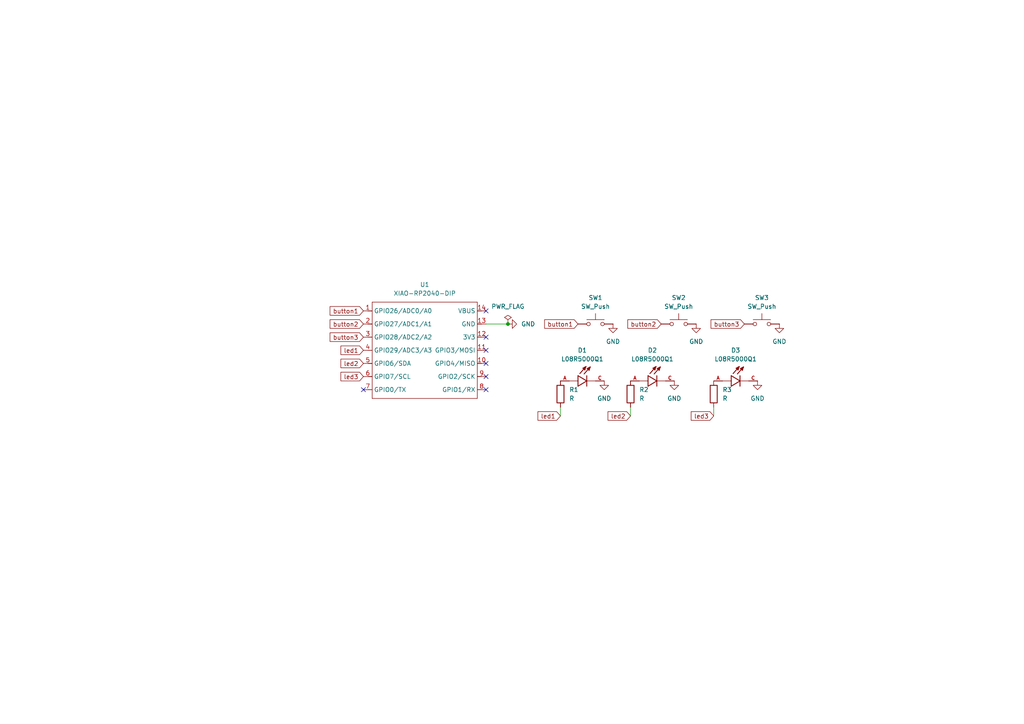
<source format=kicad_sch>
(kicad_sch (version 20231120) (generator "eeschema") (generator_version "8.0")
  (paper "A4")
  (lib_symbols
    (symbol "Device:R" (pin_numbers hide) (pin_names (offset 0))
      (property "Reference" "R" (at 2.032 0 90))
      (property "Value" "R" (at 0 0 90))
      (symbol "R_0_1"
        (rectangle (start -1.016 -2.54) (end 1.016 2.54) (stroke (width 0.254)))
      )
      (symbol "R_1_1"
        (pin passive line (at 0 3.81 270) (length 1.27) (name "~") (number "1"))
        (pin passive line (at 0 -3.81 90) (length 1.27) (name "~") (number "2"))
      )
    )
    (symbol "Switch:SW_Push" (pin_numbers hide) (pin_names (offset 1.016) hide)
      (property "Reference" "SW" (at 1.27 2.54 0))
      (property "Value" "SW_Push" (at 0 -1.524 0))
      (symbol "SW_Push_0_1"
        (circle (center -2.032 0) (radius 0.508))
        (polyline (pts (xy 0 1.27) (xy 0 3.048)))
        (polyline (pts (xy 2.54 1.27) (xy -2.54 1.27)))
        (circle (center 2.032 0) (radius 0.508))
        (pin passive line (at -5.08 0 0) (length 2.54) (name "1") (number "1"))
        (pin passive line (at 5.08 0 180) (length 2.54) (name "2") (number "2"))
      )
    )
    (symbol "led:L08R5000Q1" (pin_names (offset 1.016))
      (property "Reference" "D" (at -3.0988 4.4958 0))
      (property "Value" "L08R5000Q1" (at -3.556 -3.302 0))
      (symbol "L08R5000Q1_0_0"
        (polyline (pts (xy -2.54 -1.524) (xy 0 0)) (stroke (width 0.254)))
        (polyline (pts (xy -2.54 0) (xy -5.08 0)) (stroke (width 0.1524)))
        (polyline (pts (xy -2.54 0) (xy -2.54 -1.524)) (stroke (width 0.254)))
        (polyline (pts (xy -2.54 1.524) (xy -2.54 0)) (stroke (width 0.254)))
        (polyline (pts (xy -1.1176 3.683) (xy -0.2286 4.1656)) (stroke (width 0.254)))
        (polyline (pts (xy -0.9398 3.6068) (xy -0.7112 3.7592)) (stroke (width 0.254)))
        (polyline (pts (xy -0.5588 3.2004) (xy -1.1176 3.683)) (stroke (width 0.254)))
        (polyline (pts (xy -0.5588 3.2004) (xy -0.5334 3.937)) (stroke (width 0.254)))
        (polyline (pts (xy -0.5334 3.937) (xy -0.6604 3.937)) (stroke (width 0.254)))
        (polyline (pts (xy -0.2286 4.1656) (xy -2.0066 2.1336)) (stroke (width 0.254)))
        (polyline (pts (xy -0.2286 4.1656) (xy -0.5588 3.2004)) (stroke (width 0.254)))
        (polyline (pts (xy 0 0) (xy -2.54 1.524)) (stroke (width 0.254)))
        (polyline (pts (xy 0 0) (xy 0 -1.524)) (stroke (width 0.254)))
        (polyline (pts (xy 0 1.524) (xy 0 0)) (stroke (width 0.254)))
        (polyline (pts (xy 0.127 3.5814) (xy 1.016 4.064)) (stroke (width 0.254)))
        (polyline (pts (xy 0.3048 3.5052) (xy 0.5334 3.6576)) (stroke (width 0.254)))
        (polyline (pts (xy 0.6858 3.0988) (xy 0.127 3.5814)) (stroke (width 0.254)))
        (polyline (pts (xy 0.6858 3.0988) (xy 0.7112 3.8354)) (stroke (width 0.254)))
        (polyline (pts (xy 0.7112 3.8354) (xy 0.5842 3.8354)) (stroke (width 0.254)))
        (polyline (pts (xy 1.016 4.064) (xy -0.762 2.032)) (stroke (width 0.254)))
        (polyline (pts (xy 1.016 4.064) (xy 0.6858 3.0988)) (stroke (width 0.254)))
        (polyline (pts (xy 2.54 0) (xy 0 0)) (stroke (width 0.1524)))
        (pin passive line (at -7.62 0 0) (length 2.54) (name "~") (number "A"))
        (pin passive line (at 5.08 0 180) (length 2.54) (name "~") (number "C"))
      )
    )
    (symbol "power:GND" (power) (pin_numbers hide) (pin_names (offset 0) hide)
      (property "Value" "GND" (at 0 -3.81 0))
      (symbol "GND_0_1"
        (polyline (pts (xy 0 0) (xy 0 -1.27) (xy 1.27 -1.27) (xy 0 -2.54) (xy -1.27 -1.27) (xy 0 -1.27)))
      )
      (symbol "GND_1_1"
        (pin power_in line (at 0 0 270) (length 0) (name "~") (number "1"))
      )
    )
    (symbol "power:PWR_FLAG" (power) (pin_numbers hide) (pin_names (offset 0) hide)
      (property "Value" "PWR_FLAG" (at 0 3.81 0))
      (symbol "PWR_FLAG_0_0"
        (pin power_out line (at 0 0 90) (length 0) (name "~") (number "1"))
      )
      (symbol "PWR_FLAG_0_1"
        (polyline (pts (xy 0 0) (xy 0 1.27) (xy -1.016 1.905) (xy 0 2.54) (xy 1.016 1.905) (xy 0 1.27)))
      )
    )
    (symbol "rp2040:XIAO-RP2040-DIP"
      (property "Reference" "U" (at 0 0 0))
      (property "Value" "XIAO-RP2040-DIP" (at 5.334 -1.778 0))
      (symbol "XIAO-RP2040-DIP_1_0"
        (polyline (pts (xy -1.27 -30.48) (xy -1.27 -16.51)) (stroke (width 0.1524)))
        (polyline (pts (xy -1.27 -27.94) (xy -2.54 -27.94)) (stroke (width 0.1524)))
        (polyline (pts (xy -1.27 -24.13) (xy -2.54 -24.13)) (stroke (width 0.1524)))
        (polyline (pts (xy -1.27 -20.32) (xy -2.54 -20.32)) (stroke (width 0.1524)))
        (polyline (pts (xy -1.27 -16.51) (xy -2.54 -16.51)) (stroke (width 0.1524)))
        (polyline (pts (xy -1.27 -16.51) (xy -1.27 -12.7)) (stroke (width 0.1524)))
        (polyline (pts (xy -1.27 -12.7) (xy -2.54 -12.7)) (stroke (width 0.1524)))
        (polyline (pts (xy -1.27 -12.7) (xy -1.27 -8.89)) (stroke (width 0.1524)))
        (polyline (pts (xy -1.27 -8.89) (xy -2.54 -8.89)) (stroke (width 0.1524)))
        (polyline (pts (xy -1.27 -8.89) (xy -1.27 -5.08)) (stroke (width 0.1524)))
        (polyline (pts (xy -1.27 -5.08) (xy -2.54 -5.08)) (stroke (width 0.1524)))
        (polyline (pts (xy -1.27 -5.08) (xy -1.27 -2.54)) (stroke (width 0.1524)))
        (polyline (pts (xy -1.27 -2.54) (xy 29.21 -2.54)) (stroke (width 0.1524)))
        (polyline (pts (xy 29.21 -30.48) (xy -1.27 -30.48)) (stroke (width 0.1524)))
        (polyline (pts (xy 29.21 -12.7) (xy 29.21 -30.48)) (stroke (width 0.1524)))
        (polyline (pts (xy 29.21 -8.89) (xy 29.21 -12.7)) (stroke (width 0.1524)))
        (polyline (pts (xy 29.21 -5.08) (xy 29.21 -8.89)) (stroke (width 0.1524)))
        (polyline (pts (xy 29.21 -2.54) (xy 29.21 -5.08)) (stroke (width 0.1524)))
        (polyline (pts (xy 30.48 -27.94) (xy 29.21 -27.94)) (stroke (width 0.1524)))
        (polyline (pts (xy 30.48 -24.13) (xy 29.21 -24.13)) (stroke (width 0.1524)))
        (polyline (pts (xy 30.48 -20.32) (xy 29.21 -20.32)) (stroke (width 0.1524)))
        (polyline (pts (xy 30.48 -16.51) (xy 29.21 -16.51)) (stroke (width 0.1524)))
        (polyline (pts (xy 30.48 -12.7) (xy 29.21 -12.7)) (stroke (width 0.1524)))
        (polyline (pts (xy 30.48 -8.89) (xy 29.21 -8.89)) (stroke (width 0.1524)))
        (polyline (pts (xy 30.48 -5.08) (xy 29.21 -5.08)) (stroke (width 0.1524)))
        (pin passive line (at -3.81 -5.08 0) (length 2.54) (name "GPIO26/ADC0/A0") (number "1"))
        (pin passive line (at 31.75 -20.32 180) (length 2.54) (name "GPIO4/MISO") (number "10"))
        (pin passive line (at 31.75 -16.51 180) (length 2.54) (name "GPIO3/MOSI") (number "11"))
        (pin passive line (at 31.75 -12.7 180) (length 2.54) (name "3V3") (number "12"))
        (pin passive line (at 31.75 -8.89 180) (length 2.54) (name "GND") (number "13"))
        (pin passive line (at 31.75 -5.08 180) (length 2.54) (name "VBUS") (number "14"))
        (pin passive line (at -3.81 -8.89 0) (length 2.54) (name "GPIO27/ADC1/A1") (number "2"))
        (pin passive line (at -3.81 -12.7 0) (length 2.54) (name "GPIO28/ADC2/A2") (number "3"))
        (pin passive line (at -3.81 -16.51 0) (length 2.54) (name "GPIO29/ADC3/A3") (number "4"))
        (pin passive line (at -3.81 -20.32 0) (length 2.54) (name "GPIO6/SDA") (number "5"))
        (pin passive line (at -3.81 -24.13 0) (length 2.54) (name "GPIO7/SCL") (number "6"))
        (pin passive line (at -3.81 -27.94 0) (length 2.54) (name "GPIO0/TX") (number "7"))
        (pin passive line (at 31.75 -27.94 180) (length 2.54) (name "GPIO1/RX") (number "8"))
        (pin passive line (at 31.75 -24.13 180) (length 2.54) (name "GPIO2/SCK") (number "9"))
      )
    )
  )
  (junction (at 147.32 93.98))
  (no_connect (at 140.97 105.41))
  (no_connect (at 140.97 90.17))
  (no_connect (at 140.97 113.03))
  (no_connect (at 140.97 109.22))
  (no_connect (at 140.97 101.6))
  (no_connect (at 105.41 113.03))
  (no_connect (at 140.97 97.79))
  (wire (pts (xy 182.88 118.11) (xy 182.88 120.65)))
  (wire (pts (xy 207.01 118.11) (xy 207.01 120.65)))
  (wire (pts (xy 140.97 93.98) (xy 147.32 93.98)))
  (wire (pts (xy 162.56 118.11) (xy 162.56 120.65)))
  (global_label "led1" (shape input) (at 162.56 120.65 180) (property "Intersheetrefs" "${INTERSHEET_REFS}" (effects (hide yes))))
  (global_label "button1" (shape input) (at 167.64 93.98 180) (property "Intersheetrefs" "${INTERSHEET_REFS}" (effects (hide yes))))
  (global_label "button1" (shape input) (at 105.41 90.17 180) (property "Intersheetrefs" "${INTERSHEET_REFS}" (effects (hide yes))))
  (global_label "button2" (shape input) (at 105.41 93.98 180) (property "Intersheetrefs" "${INTERSHEET_REFS}" (effects (hide yes))))
  (global_label "button3" (shape input) (at 215.9 93.98 180) (property "Intersheetrefs" "${INTERSHEET_REFS}" (effects (hide yes))))
  (global_label "led2" (shape input) (at 182.88 120.65 180) (property "Intersheetrefs" "${INTERSHEET_REFS}" (effects (hide yes))))
  (global_label "button3" (shape input) (at 105.41 97.79 180) (property "Intersheetrefs" "${INTERSHEET_REFS}" (effects (hide yes))))
  (global_label "button2" (shape input) (at 191.77 93.98 180) (property "Intersheetrefs" "${INTERSHEET_REFS}" (effects (hide yes))))
  (global_label "led1" (shape input) (at 105.41 101.6 180) (property "Intersheetrefs" "${INTERSHEET_REFS}" (effects (hide yes))))
  (global_label "led3" (shape input) (at 105.41 109.22 180) (property "Intersheetrefs" "${INTERSHEET_REFS}" (effects (hide yes))))
  (global_label "led3" (shape input) (at 207.01 120.65 180) (property "Intersheetrefs" "${INTERSHEET_REFS}" (effects (hide yes))))
  (global_label "led2" (shape input) (at 105.41 105.41 180) (property "Intersheetrefs" "${INTERSHEET_REFS}" (effects (hide yes))))
  (symbol (lib_id "Device:R") (at 162.56 114.3 0) (unit 1)
    (property "Reference" "R1" (at 165.1 113.0299 0) (effects (justify left)))
    (property "Value" "R" (at 165.1 115.5699 0) (effects (justify left)))
    (property "Footprint" "Resistor_THT:R_Axial_DIN0204_L3.6mm_D1.6mm_P5.08mm_Horizontal" (effects (hide yes)))
    (property "Description" "Resistor" (effects (hide yes)))
  )
  (symbol (lib_id "led:L08R5000Q1") (at 170.18 110.49 0) (unit 1)
    (property "Reference" "D1" (at 168.91 101.6 0))
    (property "Value" "L08R5000Q1" (at 168.91 104.14 0))
    (property "Footprint" "general:LEDRD254W57D500H1070" (effects (hide yes)))
    (property "MF" "LED Technology" (effects (hide yes)))
    (property "MAXIMUM_PACKAGE_HEIGHT" "10.7mm" (effects (hide yes)))
    (property "Package" "None" (effects (hide yes)))
    (property "Price" "None" (effects (hide yes)))
    (property "Check_prices" "https://www.snapeda.com/parts/L08R5000Q1/LED+Technology/view-part/?ref=eda" (effects (hide yes)))
    (property "STANDARD" "IPC-7351B" (effects (hide yes)))
    (property "PARTREV" "NA" (effects (hide yes)))
    (property "SnapEDA_Link" "https://www.snapeda.com/parts/L08R5000Q1/LED+Technology/view-part/?ref=snap" (effects (hide yes)))
    (property "MP" "L08R5000Q1" (effects (hide yes)))
    (property "Description_1" "\n                        \n                            LED, 5MM, ORANGE; LED / Lamp Size: 5mm / T-1 3/4; LED Colour: Orange; Typ Luminous Intensity: 4.3mcd; Viewing Angle: ...\n                        \n" (effects (hide yes)))
    (property "Availability" "Not in stock" (effects (hide yes)))
    (property "MANUFACTURER" "LED TECHNOLOGY" (effects (hide yes)))
  )
  (symbol (lib_id "led:L08R5000Q1") (at 214.63 110.49 0) (unit 1)
    (property "Reference" "D3" (at 213.36 101.6 0))
    (property "Value" "L08R5000Q1" (at 213.36 104.14 0))
    (property "Footprint" "general:LEDRD254W57D500H1070" (effects (hide yes)))
    (property "MF" "LED Technology" (effects (hide yes)))
    (property "MAXIMUM_PACKAGE_HEIGHT" "10.7mm" (effects (hide yes)))
    (property "Package" "None" (effects (hide yes)))
    (property "Price" "None" (effects (hide yes)))
    (property "Check_prices" "https://www.snapeda.com/parts/L08R5000Q1/LED+Technology/view-part/?ref=eda" (effects (hide yes)))
    (property "STANDARD" "IPC-7351B" (effects (hide yes)))
    (property "PARTREV" "NA" (effects (hide yes)))
    (property "SnapEDA_Link" "https://www.snapeda.com/parts/L08R5000Q1/LED+Technology/view-part/?ref=snap" (effects (hide yes)))
    (property "MP" "L08R5000Q1" (effects (hide yes)))
    (property "Description_1" "\n                        \n                            LED, 5MM, ORANGE; LED / Lamp Size: 5mm / T-1 3/4; LED Colour: Orange; Typ Luminous Intensity: 4.3mcd; Viewing Angle: ...\n                        \n" (effects (hide yes)))
    (property "Availability" "Not in stock" (effects (hide yes)))
    (property "MANUFACTURER" "LED TECHNOLOGY" (effects (hide yes)))
  )
  (symbol (lib_id "power:GND") (at 177.8 93.98 0) (unit 1)
    (property "Reference" "#PWR01" (effects (hide yes)))
    (property "Value" "GND" (at 177.8 99.06 0))
    (property "Description" "Power symbol creates a global label with name \"GND\" , ground" (effects (hide yes)))
  )
  (symbol (lib_id "Switch:SW_Push") (at 172.72 93.98 0) (unit 1)
    (property "Reference" "SW1" (at 172.72 86.36 0))
    (property "Value" "SW_Push" (at 172.72 88.9 0))
    (property "Footprint" "Button_Switch_Keyboard:SW_Cherry_MX_1.00u_PCB" (effects (hide yes)))
    (property "Description" "Push button switch, generic, two pins" (effects (hide yes)))
  )
  (symbol (lib_id "power:GND") (at 226.06 93.98 0) (unit 1)
    (property "Reference" "#PWR03" (effects (hide yes)))
    (property "Value" "GND" (at 226.06 99.06 0))
    (property "Description" "Power symbol creates a global label with name \"GND\" , ground" (effects (hide yes)))
  )
  (symbol (lib_id "rp2040:XIAO-RP2040-DIP") (at 109.22 85.09 0) (unit 1)
    (property "Reference" "U1" (at 123.19 82.55 0))
    (property "Value" "XIAO-RP2040-DIP" (at 123.19 85.09 0))
    (property "Footprint" "general:XIAO-RP2040-DIP" (effects (hide yes)))
  )
  (symbol (lib_id "power:PWR_FLAG") (at 147.32 93.98 0) (unit 1)
    (property "Reference" "#FLG01" (effects (hide yes)))
    (property "Value" "PWR_FLAG" (at 147.32 88.9 0))
    (property "Description" "Special symbol for telling ERC where power comes from" (effects (hide yes)))
  )
  (symbol (lib_id "power:GND") (at 147.32 93.98 90) (unit 1)
    (property "Reference" "#PWR07" (effects (hide yes)))
    (property "Value" "GND" (at 151.13 93.9799 90) (effects (justify right)))
    (property "Description" "Power symbol creates a global label with name \"GND\" , ground" (effects (hide yes)))
  )
  (symbol (lib_id "power:GND") (at 175.26 110.49 0) (unit 1)
    (property "Reference" "#PWR04" (effects (hide yes)))
    (property "Value" "GND" (at 175.26 115.57 0))
    (property "Description" "Power symbol creates a global label with name \"GND\" , ground" (effects (hide yes)))
  )
  (symbol (lib_id "led:L08R5000Q1") (at 190.5 110.49 0) (unit 1)
    (property "Reference" "D2" (at 189.23 101.6 0))
    (property "Value" "L08R5000Q1" (at 189.23 104.14 0))
    (property "Footprint" "general:LEDRD254W57D500H1070" (effects (hide yes)))
    (property "MF" "LED Technology" (effects (hide yes)))
    (property "MAXIMUM_PACKAGE_HEIGHT" "10.7mm" (effects (hide yes)))
    (property "Package" "None" (effects (hide yes)))
    (property "Price" "None" (effects (hide yes)))
    (property "Check_prices" "https://www.snapeda.com/parts/L08R5000Q1/LED+Technology/view-part/?ref=eda" (effects (hide yes)))
    (property "STANDARD" "IPC-7351B" (effects (hide yes)))
    (property "PARTREV" "NA" (effects (hide yes)))
    (property "SnapEDA_Link" "https://www.snapeda.com/parts/L08R5000Q1/LED+Technology/view-part/?ref=snap" (effects (hide yes)))
    (property "MP" "L08R5000Q1" (effects (hide yes)))
    (property "Description_1" "\n                        \n                            LED, 5MM, ORANGE; LED / Lamp Size: 5mm / T-1 3/4; LED Colour: Orange; Typ Luminous Intensity: 4.3mcd; Viewing Angle: ...\n                        \n" (effects (hide yes)))
    (property "Availability" "Not in stock" (effects (hide yes)))
    (property "MANUFACTURER" "LED TECHNOLOGY" (effects (hide yes)))
  )
  (symbol (lib_id "Device:R") (at 207.01 114.3 0) (unit 1)
    (property "Reference" "R3" (at 209.55 113.0299 0) (effects (justify left)))
    (property "Value" "R" (at 209.55 115.5699 0) (effects (justify left)))
    (property "Footprint" "Resistor_THT:R_Axial_DIN0204_L3.6mm_D1.6mm_P5.08mm_Horizontal" (effects (hide yes)))
    (property "Description" "Resistor" (effects (hide yes)))
  )
  (symbol (lib_id "Device:R") (at 182.88 114.3 0) (unit 1)
    (property "Reference" "R2" (at 185.42 113.0299 0) (effects (justify left)))
    (property "Value" "R" (at 185.42 115.5699 0) (effects (justify left)))
    (property "Footprint" "Resistor_THT:R_Axial_DIN0204_L3.6mm_D1.6mm_P5.08mm_Horizontal" (effects (hide yes)))
    (property "Description" "Resistor" (effects (hide yes)))
  )
  (symbol (lib_id "power:GND") (at 201.93 93.98 0) (unit 1)
    (property "Reference" "#PWR02" (effects (hide yes)))
    (property "Value" "GND" (at 201.93 99.06 0))
    (property "Description" "Power symbol creates a global label with name \"GND\" , ground" (effects (hide yes)))
  )
  (symbol (lib_id "Switch:SW_Push") (at 196.85 93.98 0) (unit 1)
    (property "Reference" "SW2" (at 196.85 86.36 0))
    (property "Value" "SW_Push" (at 196.85 88.9 0))
    (property "Footprint" "Button_Switch_Keyboard:SW_Cherry_MX_1.00u_PCB" (effects (hide yes)))
    (property "Description" "Push button switch, generic, two pins" (effects (hide yes)))
  )
  (symbol (lib_id "Switch:SW_Push") (at 220.98 93.98 0) (unit 1)
    (property "Reference" "SW3" (at 220.98 86.36 0))
    (property "Value" "SW_Push" (at 220.98 88.9 0))
    (property "Footprint" "Button_Switch_Keyboard:SW_Cherry_MX_1.00u_PCB" (effects (hide yes)))
    (property "Description" "Push button switch, generic, two pins" (effects (hide yes)))
  )
  (symbol (lib_id "power:GND") (at 219.71 110.49 0) (unit 1)
    (property "Reference" "#PWR06" (effects (hide yes)))
    (property "Value" "GND" (at 219.71 115.57 0))
    (property "Description" "Power symbol creates a global label with name \"GND\" , ground" (effects (hide yes)))
  )
  (symbol (lib_id "power:GND") (at 195.58 110.49 0) (unit 1)
    (property "Reference" "#PWR05" (effects (hide yes)))
    (property "Value" "GND" (at 195.58 115.57 0))
    (property "Description" "Power symbol creates a global label with name \"GND\" , ground" (effects (hide yes)))
  )
)
</source>
